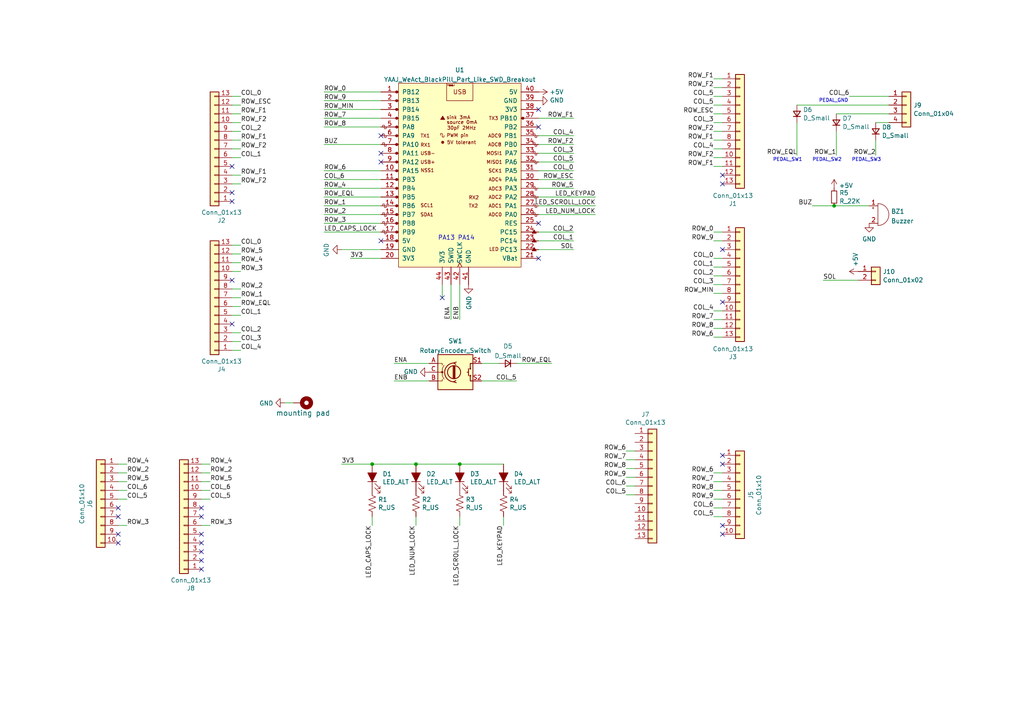
<source format=kicad_sch>
(kicad_sch (version 20230121) (generator eeschema)
  (paper "A4")
  (lib_symbols
    (symbol "+5V_1" (power) (pin_names (offset 0))
      (property "Value" "+5V_1" (at 0 3.556 0))
      (symbol "+5V_1_0_1"
        (polyline (pts (xy -0.762 1.27) (xy 0 2.54)))
        (polyline (pts (xy 0 0) (xy 0 2.54)))
        (polyline (pts (xy 0 2.54) (xy 0.762 1.27)))
      )
      (symbol "+5V_1_1_1"
        (pin power_in line (at 0 0 90) (length 0) hide (name "+5V") (number "1"))
      )
    )
    (symbol "Connector_Generic:Conn_01x02" (pin_names (offset 1.016) hide)
      (property "Reference" "J" (at 0 2.54 0))
      (property "Value" "Conn_01x02" (at 0 -5.08 0))
      (symbol "Conn_01x02_1_1"
        (rectangle (start -1.27 -2.413) (end 0 -2.667) (stroke (width 0.1524)))
        (rectangle (start -1.27 0.127) (end 0 -0.127) (stroke (width 0.1524)))
        (rectangle (start -1.27 1.27) (end 1.27 -3.81) (stroke (width 0.254)) (fill (type background)))
        (pin passive line (at -5.08 0 0) (length 3.81) (name "Pin_1") (number "1"))
        (pin passive line (at -5.08 -2.54 0) (length 3.81) (name "Pin_2") (number "2"))
      )
    )
    (symbol "Connector_Generic:Conn_01x04" (pin_names (offset 1.016) hide)
      (property "Reference" "J" (at 0 5.08 0))
      (property "Value" "Conn_01x04" (at 0 -7.62 0))
      (symbol "Conn_01x04_1_1"
        (rectangle (start -1.27 -4.953) (end 0 -5.207) (stroke (width 0.1524)))
        (rectangle (start -1.27 -2.413) (end 0 -2.667) (stroke (width 0.1524)))
        (rectangle (start -1.27 0.127) (end 0 -0.127) (stroke (width 0.1524)))
        (rectangle (start -1.27 2.667) (end 0 2.413) (stroke (width 0.1524)))
        (rectangle (start -1.27 3.81) (end 1.27 -6.35) (stroke (width 0.254)) (fill (type background)))
        (pin passive line (at -5.08 2.54 0) (length 3.81) (name "Pin_1") (number "1"))
        (pin passive line (at -5.08 0 0) (length 3.81) (name "Pin_2") (number "2"))
        (pin passive line (at -5.08 -2.54 0) (length 3.81) (name "Pin_3") (number "3"))
        (pin passive line (at -5.08 -5.08 0) (length 3.81) (name "Pin_4") (number "4"))
      )
    )
    (symbol "D_Small_1" (pin_numbers hide) (pin_names (offset 0.254) hide)
      (property "Reference" "D" (at -1.27 2.032 0))
      (property "Value" "D_Small" (at -3.81 -2.032 0))
      (symbol "D_Small_1_0_1"
        (polyline (pts (xy -0.762 -1.016) (xy -0.762 1.016)) (stroke (width 0.254)))
        (polyline (pts (xy -0.762 0) (xy 0.762 0)))
        (polyline (pts (xy 0.762 -1.016) (xy -0.762 0) (xy 0.762 1.016) (xy 0.762 -1.016)) (stroke (width 0.254)))
      )
      (symbol "D_Small_1_1_1"
        (pin passive line (at -2.54 0 0) (length 1.778) (name "K") (number "1"))
        (pin passive line (at 2.54 0 180) (length 1.778) (name "A") (number "2"))
      )
    )
    (symbol "Device:Buzzer" (pin_names (offset 0.0254) hide)
      (property "Reference" "BZ" (at 3.81 1.27 0))
      (property "Value" "Buzzer" (at 3.81 -1.27 0))
      (symbol "Buzzer_0_1"
        (arc (start 0 -3.175) (mid 3.1612 0) (end 0 3.175))
        (polyline (pts (xy -1.651 1.905) (xy -1.143 1.905)))
        (polyline (pts (xy -1.397 2.159) (xy -1.397 1.651)))
        (polyline (pts (xy 0 3.175) (xy 0 -3.175)))
      )
      (symbol "Buzzer_1_1"
        (pin passive line (at -2.54 2.54 0) (length 2.54) (name "-") (number "1"))
        (pin passive line (at -2.54 -2.54 0) (length 2.54) (name "+") (number "2"))
      )
    )
    (symbol "Device:D_Small" (pin_numbers hide) (pin_names (offset 0.254) hide)
      (property "Reference" "D" (at -1.27 2.032 0))
      (property "Value" "D_Small" (at -3.81 -2.032 0))
      (symbol "D_Small_0_1"
        (polyline (pts (xy -0.762 -1.016) (xy -0.762 1.016)) (stroke (width 0.254)))
        (polyline (pts (xy -0.762 0) (xy 0.762 0)))
        (polyline (pts (xy 0.762 -1.016) (xy -0.762 0) (xy 0.762 1.016) (xy 0.762 -1.016)) (stroke (width 0.254)))
      )
      (symbol "D_Small_1_1"
        (pin passive line (at -2.54 0 0) (length 1.778) (name "K") (number "1"))
        (pin passive line (at 2.54 0 180) (length 1.778) (name "A") (number "2"))
      )
    )
    (symbol "Device:R_Small" (pin_numbers hide) (pin_names (offset 0.254) hide)
      (property "Reference" "R" (at 0.762 0.508 0))
      (property "Value" "R_Small" (at 0.762 -1.016 0))
      (symbol "R_Small_0_1"
        (rectangle (start -0.762 1.778) (end 0.762 -1.778) (stroke (width 0.2032)))
      )
      (symbol "R_Small_1_1"
        (pin passive line (at 0 2.54 270) (length 0.762) (name "~") (number "1"))
        (pin passive line (at 0 -2.54 90) (length 0.762) (name "~") (number "2"))
      )
    )
    (symbol "Device:RotaryEncoder_Switch" (pin_names (offset 0.254) hide)
      (property "Reference" "SW" (at 0 6.604 0))
      (property "Value" "RotaryEncoder_Switch" (at 0 -6.604 0))
      (symbol "RotaryEncoder_Switch_0_1"
        (rectangle (start -5.08 5.08) (end 5.08 -5.08) (stroke (width 0.254)) (fill (type background)))
        (circle (center -3.81 0) (radius 0.254) (fill (type outline)))
        (circle (center -0.381 0) (radius 1.905) (stroke (width 0.254)))
        (arc (start -0.381 2.667) (mid -3.0988 -0.0635) (end -0.381 -2.794) (stroke (width 0.254)))
        (polyline (pts (xy -0.635 -1.778) (xy -0.635 1.778)) (stroke (width 0.254)))
        (polyline (pts (xy -0.381 -1.778) (xy -0.381 1.778)) (stroke (width 0.254)))
        (polyline (pts (xy -0.127 1.778) (xy -0.127 -1.778)) (stroke (width 0.254)))
        (polyline (pts (xy 3.81 0) (xy 3.429 0)) (stroke (width 0.254)))
        (polyline (pts (xy 3.81 1.016) (xy 3.81 -1.016)) (stroke (width 0.254)))
        (polyline (pts (xy -5.08 -2.54) (xy -3.81 -2.54) (xy -3.81 -2.032)))
        (polyline (pts (xy -5.08 2.54) (xy -3.81 2.54) (xy -3.81 2.032)))
        (polyline (pts (xy 0.254 -3.048) (xy -0.508 -2.794) (xy 0.127 -2.413)) (stroke (width 0.254)))
        (polyline (pts (xy 0.254 2.921) (xy -0.508 2.667) (xy 0.127 2.286)) (stroke (width 0.254)))
        (polyline (pts (xy 5.08 -2.54) (xy 4.318 -2.54) (xy 4.318 -1.016)) (stroke (width 0.254)))
        (polyline (pts (xy 5.08 2.54) (xy 4.318 2.54) (xy 4.318 1.016)) (stroke (width 0.254)))
        (polyline (pts (xy -5.08 0) (xy -3.81 0) (xy -3.81 -1.016) (xy -3.302 -2.032)))
        (polyline (pts (xy -4.318 0) (xy -3.81 0) (xy -3.81 1.016) (xy -3.302 2.032)))
        (circle (center 4.318 -1.016) (radius 0.127) (stroke (width 0.254)))
        (circle (center 4.318 1.016) (radius 0.127) (stroke (width 0.254)))
      )
      (symbol "RotaryEncoder_Switch_1_1"
        (pin passive line (at -7.62 2.54 0) (length 2.54) (name "A") (number "A"))
        (pin passive line (at -7.62 -2.54 0) (length 2.54) (name "B") (number "B"))
        (pin passive line (at -7.62 0 0) (length 2.54) (name "C") (number "C"))
        (pin passive line (at 7.62 2.54 180) (length 2.54) (name "S1") (number "S1"))
        (pin passive line (at 7.62 -2.54 180) (length 2.54) (name "S2") (number "S2"))
      )
    )
    (symbol "Mechanical:MountingHole_Pad" (pin_numbers hide) (pin_names (offset 1.016) hide)
      (property "Reference" "H" (at 0 6.35 0))
      (property "Value" "MountingHole_Pad" (at 0 4.445 0))
      (symbol "MountingHole_Pad_0_1"
        (circle (center 0 1.27) (radius 1.27) (stroke (width 1.27)))
      )
      (symbol "MountingHole_Pad_1_1"
        (pin input line (at 0 -2.54 90) (length 2.54) (name "1") (number "1"))
      )
    )
    (symbol "YAAJ_WeAct_BlackPill_Part_Like_SWD_Breakout:YAAJ_WeAct_BlackPill_Part_Like_SWD_Breakout" (pin_names (offset 1.016))
      (property "Reference" "U" (at -17.526 27.94 0))
      (property "Value" "YAAJ_WeAct_BlackPill_Part_Like_SWD_Breakout" (at 9.144 27.94 0))
      (symbol "YAAJ_WeAct_BlackPill_Part_Like_SWD_Breakout_0_0"
        (circle (center -18.288 -20.32) (radius 0.3556) (fill (type outline)))
        (circle (center -18.288 -17.78) (radius 0.3556) (fill (type outline)))
        (circle (center -18.288 -15.24) (radius 0.3556) (fill (type outline)))
        (circle (center -18.288 -12.7) (radius 0.3556) (fill (type outline)))
        (circle (center -18.288 -10.16) (radius 0.3556) (fill (type outline)))
        (circle (center -18.288 -7.62) (radius 0.3556) (fill (type outline)))
        (circle (center -18.288 -5.08) (radius 0.3556) (fill (type outline)))
        (circle (center -18.288 -2.54) (radius 0.3556) (fill (type outline)))
        (circle (center -18.288 0) (radius 0.3556) (fill (type outline)))
        (circle (center -18.288 2.54) (radius 0.3556) (fill (type outline)))
        (circle (center -18.288 5.08) (radius 0.3556) (fill (type outline)))
        (circle (center -18.288 7.62) (radius 0.3556) (fill (type outline)))
        (circle (center -18.288 10.16) (radius 0.3556) (fill (type outline)))
        (circle (center -18.288 12.7) (radius 0.3556) (fill (type outline)))
        (circle (center -18.288 15.24) (radius 0.3556) (fill (type outline)))
        (circle (center -18.288 17.78) (radius 0.3556) (fill (type outline)))
        (circle (center -18.288 22.86) (radius 0.3556) (fill (type outline)))
        (circle (center -4.953 8.255) (radius 0.127) (fill (type outline)))
        (circle (center -4.953 8.255) (radius 0.254))
        (circle (center -4.953 8.255) (radius 0.3556))
        (polyline (pts (xy -5.588 14.859) (xy -4.953 15.875) (xy -4.318 14.859) (xy -5.588 14.859) (xy -4.953 15.748) (xy -4.445 14.859) (xy -5.461 14.986) (xy -4.953 15.621) (xy -4.572 14.859) (xy -5.334 15.113) (xy -4.826 15.494) (xy -4.699 14.859) (xy -5.207 15.24) (xy -4.699 15.367) (xy -4.826 14.986) (xy -5.08 15.24) (xy -4.826 15.113) (xy -4.953 15.367)))
        (polyline (pts (xy 20.955 -23.241) (xy 21.59 -22.225) (xy 22.225 -23.241) (xy 20.955 -23.241) (xy 21.59 -22.352) (xy 22.098 -23.241) (xy 21.082 -23.114) (xy 21.59 -22.479) (xy 21.971 -23.241) (xy 21.209 -22.987) (xy 21.717 -22.606) (xy 21.844 -23.241) (xy 21.336 -22.86) (xy 21.844 -22.733) (xy 21.717 -23.114) (xy 21.463 -22.86) (xy 21.717 -22.987) (xy 21.59 -22.733)))
        (polyline (pts (xy 20.955 -20.701) (xy 21.59 -19.685) (xy 22.225 -20.701) (xy 20.955 -20.701) (xy 21.59 -19.812) (xy 22.098 -20.701) (xy 21.082 -20.574) (xy 21.59 -19.939) (xy 21.971 -20.701) (xy 21.209 -20.447) (xy 21.717 -20.066) (xy 21.844 -20.701) (xy 21.336 -20.32) (xy 21.844 -20.193) (xy 21.717 -20.574) (xy 21.463 -20.32) (xy 21.717 -20.447) (xy 21.59 -20.193)))
        (polyline (pts (xy 20.955 -18.161) (xy 21.59 -17.145) (xy 22.225 -18.161) (xy 20.955 -18.161) (xy 21.59 -17.272) (xy 22.098 -18.161) (xy 21.082 -18.034) (xy 21.59 -17.399) (xy 21.971 -18.161) (xy 21.209 -17.907) (xy 21.717 -17.526) (xy 21.844 -18.161) (xy 21.336 -17.78) (xy 21.844 -17.653) (xy 21.717 -18.034) (xy 21.463 -17.78) (xy 21.717 -17.907) (xy 21.59 -17.653)))
        (circle (center 18.288 15.24) (radius 0.254) (fill (type outline)))
        (circle (center 18.288 15.24) (radius 0.3556))
        (text "30pF 2MHz" (at 0.508 12.446 0) (effects (font (size 0.9906 0.9906))))
        (text "5V tolerant" (at 0.508 8.255 0) (effects (font (size 0.9906 0.9906))))
        (text "ADC0" (at 10.287 -12.7 0) (effects (font (size 0.9906 0.9906))))
        (text "ADC1" (at 10.287 -10.16 0) (effects (font (size 0.9906 0.9906))))
        (text "ADC2" (at 10.287 -7.62 0) (effects (font (size 0.9906 0.9906))))
        (text "ADC3" (at 10.287 -5.207 0) (effects (font (size 0.9906 0.9906))))
        (text "ADC4" (at 10.287 -2.54 0) (effects (font (size 0.9906 0.9906))))
        (text "ADC8" (at 10.16 7.62 0) (effects (font (size 0.9906 0.9906))))
        (text "ADC9" (at 10.16 10.16 0) (effects (font (size 0.9906 0.9906))))
        (text "LED" (at 9.906 -22.733 0) (effects (font (size 0.9906 0.9906))))
        (text "MISO1" (at 10.033 2.54 0) (effects (font (size 0.9906 0.9906))))
        (text "MOSI1" (at 10.033 5.08 0) (effects (font (size 0.9906 0.9906))))
        (text "NSS1" (at -9.398 0.127 0) (effects (font (size 0.9906 0.9906))))
        (text "PWM pin" (at -0.635 10.287 0) (effects (font (size 0.9906 0.9906))))
        (text "RX1" (at -9.906 7.493 0) (effects (font (size 0.9906 0.9906))))
        (text "RX2" (at 4.064 -7.747 0) (effects (font (size 0.9906 0.9906))))
        (text "SCK1" (at 10.287 0 0) (effects (font (size 0.9906 0.9906))))
        (text "SCL1" (at -9.525 -10.033 0) (effects (font (size 0.9906 0.9906))))
        (text "SDA1" (at -9.525 -12.7 0) (effects (font (size 0.9906 0.9906))))
        (text "sink 3mA" (at -0.381 15.494 0) (effects (font (size 0.9906 0.9906))))
        (text "source 0mA" (at 0.635 14.097 0) (effects (font (size 0.9906 0.9906))))
        (text "TX1" (at -10.033 10.16 0) (effects (font (size 0.9906 0.9906))))
        (text "TX2" (at 3.937 -10.16 0) (effects (font (size 0.9906 0.9906))))
        (text "TX3" (at 9.779 15.24 0) (effects (font (size 0.9906 0.9906))))
        (text "USB" (at 0 22.86 0) (effects (font (size 1.27 1.27))))
        (text "USB+" (at -9.271 2.54 0) (effects (font (size 0.9906 0.9906))))
        (text "USB-" (at -9.271 5.08 0) (effects (font (size 0.9906 0.9906))))
        (text "Y@@J" (at -2.5654 24.8412 0) (effects (font (size 0.508 0.508))))
      )
      (symbol "YAAJ_WeAct_BlackPill_Part_Like_SWD_Breakout_0_1"
        (rectangle (start -17.78 25.4) (end 17.78 -27.94) (fill (type background)))
        (polyline (pts (xy -21.336 -17.78) (xy -21.336 -18.288) (xy -21.844 -18.288) (xy -21.844 -17.272) (xy -22.352 -17.272) (xy -22.352 -17.78)))
        (polyline (pts (xy -21.336 -15.24) (xy -21.336 -15.748) (xy -21.844 -15.748) (xy -21.844 -14.732) (xy -22.352 -14.732) (xy -22.352 -15.24)))
        (polyline (pts (xy -21.336 -12.7) (xy -21.336 -13.208) (xy -21.844 -13.208) (xy -21.844 -12.192) (xy -22.352 -12.192) (xy -22.352 -12.7)))
        (polyline (pts (xy -21.336 -10.16) (xy -21.336 -10.668) (xy -21.844 -10.668) (xy -21.844 -9.652) (xy -22.352 -9.652) (xy -22.352 -10.16)))
        (polyline (pts (xy -21.336 7.62) (xy -21.336 7.112) (xy -21.844 7.112) (xy -21.844 8.128) (xy -22.352 8.128) (xy -22.352 7.62)))
        (polyline (pts (xy -21.336 10.16) (xy -21.336 9.652) (xy -21.844 9.652) (xy -21.844 10.668) (xy -22.352 10.668) (xy -22.352 10.16)))
        (polyline (pts (xy -21.336 12.7) (xy -21.336 12.192) (xy -21.844 12.192) (xy -21.844 13.208) (xy -22.352 13.208) (xy -22.352 12.7)))
        (polyline (pts (xy -4.572 10.287) (xy -4.572 9.779) (xy -5.08 9.779) (xy -5.08 10.795) (xy -5.588 10.795) (xy -5.588 10.287)))
        (polyline (pts (xy 22.352 -12.7) (xy 22.352 -13.208) (xy 21.844 -13.208) (xy 21.844 -12.192) (xy 21.336 -12.192) (xy 21.336 -12.7)))
        (polyline (pts (xy 22.352 -10.16) (xy 22.352 -10.668) (xy 21.844 -10.668) (xy 21.844 -9.652) (xy 21.336 -9.652) (xy 21.336 -10.16)))
        (polyline (pts (xy 22.352 -7.62) (xy 22.352 -8.128) (xy 21.844 -8.128) (xy 21.844 -7.112) (xy 21.336 -7.112) (xy 21.336 -7.62)))
        (polyline (pts (xy 22.352 -5.08) (xy 22.352 -5.588) (xy 21.844 -5.588) (xy 21.844 -4.572) (xy 21.336 -4.572) (xy 21.336 -5.08)))
        (polyline (pts (xy 22.352 2.54) (xy 22.352 2.032) (xy 21.844 2.032) (xy 21.844 3.048) (xy 21.336 3.048) (xy 21.336 2.54)))
        (polyline (pts (xy 22.352 5.08) (xy 22.352 4.572) (xy 21.844 4.572) (xy 21.844 5.588) (xy 21.336 5.588) (xy 21.336 5.08)))
        (polyline (pts (xy 22.352 7.62) (xy 22.352 7.112) (xy 21.844 7.112) (xy 21.844 8.128) (xy 21.336 8.128) (xy 21.336 7.62)))
        (polyline (pts (xy 22.352 10.16) (xy 22.352 9.652) (xy 21.844 9.652) (xy 21.844 10.668) (xy 21.336 10.668) (xy 21.336 10.16)))
        (rectangle (start 3.81 25.4) (end -3.81 20.32))
      )
      (symbol "YAAJ_WeAct_BlackPill_Part_Like_SWD_Breakout_1_1"
        (circle (center -18.288 20.32) (radius 0.3556) (fill (type outline)))
        (pin bidirectional line (at -22.86 22.86 0) (length 5.08) (name "PB12") (number "1"))
        (pin bidirectional line (at -22.86 0 0) (length 5.08) (name "PA15") (number "10"))
        (pin bidirectional line (at -22.86 -2.54 0) (length 5.08) (name "PB3") (number "11"))
        (pin bidirectional line (at -22.86 -5.08 0) (length 5.08) (name "PB4") (number "12"))
        (pin bidirectional line (at -22.86 -7.62 0) (length 5.08) (name "PB5") (number "13"))
        (pin bidirectional line (at -22.86 -10.16 0) (length 5.08) (name "PB6") (number "14"))
        (pin bidirectional line (at -22.86 -12.7 0) (length 5.08) (name "PB7") (number "15"))
        (pin bidirectional line (at -22.86 -15.24 0) (length 5.08) (name "PB8") (number "16"))
        (pin bidirectional line (at -22.86 -17.78 0) (length 5.08) (name "PB9") (number "17"))
        (pin power_in line (at -22.86 -20.32 0) (length 5.08) (name "5V") (number "18"))
        (pin power_in line (at -22.86 -22.86 0) (length 5.08) (name "GND") (number "19"))
        (pin bidirectional line (at -22.86 20.32 0) (length 5.08) (name "PB13") (number "2"))
        (pin power_in line (at -22.86 -25.4 0) (length 5.08) (name "3V3") (number "20"))
        (pin power_in line (at 22.86 -25.4 180) (length 5.08) (name "VBat") (number "21"))
        (pin bidirectional line (at 22.86 -22.86 180) (length 5.08) (name "PC13") (number "22"))
        (pin bidirectional line (at 22.86 -20.32 180) (length 5.08) (name "PC14") (number "23"))
        (pin bidirectional line (at 22.86 -17.78 180) (length 5.08) (name "PC15") (number "24"))
        (pin input line (at 22.86 -15.24 180) (length 5.08) (name "RES") (number "25"))
        (pin bidirectional line (at 22.86 -12.7 180) (length 5.08) (name "PA0") (number "26"))
        (pin bidirectional line (at 22.86 -10.16 180) (length 5.08) (name "PA1") (number "27"))
        (pin bidirectional line (at 22.86 -7.62 180) (length 5.08) (name "PA2") (number "28"))
        (pin bidirectional line (at 22.86 -5.08 180) (length 5.08) (name "PA3") (number "29"))
        (pin bidirectional line (at -22.86 17.78 0) (length 5.08) (name "PB14") (number "3"))
        (pin bidirectional line (at 22.86 -2.54 180) (length 5.08) (name "PA4") (number "30"))
        (pin bidirectional line (at 22.86 0 180) (length 5.08) (name "PA5") (number "31"))
        (pin bidirectional line (at 22.86 2.54 180) (length 5.08) (name "PA6") (number "32"))
        (pin bidirectional line (at 22.86 5.08 180) (length 5.08) (name "PA7") (number "33"))
        (pin bidirectional line (at 22.86 7.62 180) (length 5.08) (name "PB0") (number "34"))
        (pin bidirectional line (at 22.86 10.16 180) (length 5.08) (name "PB1") (number "35"))
        (pin bidirectional line (at 22.86 12.7 180) (length 5.08) (name "PB2") (number "36"))
        (pin bidirectional line (at 22.86 15.24 180) (length 5.08) (name "PB10") (number "37"))
        (pin power_in line (at 22.86 17.78 180) (length 5.08) (name "3V3") (number "38"))
        (pin power_in line (at 22.86 20.32 180) (length 5.08) (name "GND") (number "39"))
        (pin bidirectional line (at -22.86 15.24 0) (length 5.08) (name "PB15") (number "4"))
        (pin power_in line (at 22.86 22.86 180) (length 5.08) (name "5V") (number "40"))
        (pin power_in line (at 2.54 -33.02 90) (length 5.08) (name "GND") (number "41"))
        (pin bidirectional clock (at 0 -33.02 90) (length 5.08) (name "SWCLK") (number "42"))
        (pin bidirectional line (at -2.54 -33.02 90) (length 5.08) (name "SWIO") (number "43"))
        (pin power_in line (at -5.08 -33.02 90) (length 5.08) (name "3V3") (number "44"))
        (pin bidirectional line (at -22.86 12.7 0) (length 5.08) (name "PA8") (number "5"))
        (pin bidirectional line (at -22.86 10.16 0) (length 5.08) (name "PA9") (number "6"))
        (pin bidirectional line (at -22.86 7.62 0) (length 5.08) (name "PA10") (number "7"))
        (pin bidirectional line (at -22.86 5.08 0) (length 5.08) (name "PA11") (number "8"))
        (pin bidirectional line (at -22.86 2.54 0) (length 5.08) (name "PA12") (number "9"))
      )
    )
    (symbol "kicad_port-rescue:Conn_01x10-Connector_Generic" (pin_names (offset 1.016) hide)
      (property "Reference" "J" (at 0 12.7 0))
      (property "Value" "kicad_port-rescue_Conn_01x10-Connector_Generic" (at 0 -15.24 0))
      (symbol "Conn_01x10-Connector_Generic_1_1"
        (rectangle (start -1.27 -12.573) (end 0 -12.827) (stroke (width 0.1524)))
        (rectangle (start -1.27 -10.033) (end 0 -10.287) (stroke (width 0.1524)))
        (rectangle (start -1.27 -7.493) (end 0 -7.747) (stroke (width 0.1524)))
        (rectangle (start -1.27 -4.953) (end 0 -5.207) (stroke (width 0.1524)))
        (rectangle (start -1.27 -2.413) (end 0 -2.667) (stroke (width 0.1524)))
        (rectangle (start -1.27 0.127) (end 0 -0.127) (stroke (width 0.1524)))
        (rectangle (start -1.27 2.667) (end 0 2.413) (stroke (width 0.1524)))
        (rectangle (start -1.27 5.207) (end 0 4.953) (stroke (width 0.1524)))
        (rectangle (start -1.27 7.747) (end 0 7.493) (stroke (width 0.1524)))
        (rectangle (start -1.27 10.287) (end 0 10.033) (stroke (width 0.1524)))
        (rectangle (start -1.27 11.43) (end 1.27 -13.97) (stroke (width 0.254)) (fill (type background)))
        (pin passive line (at -5.08 10.16 0) (length 3.81) (name "Pin_1") (number "1"))
        (pin passive line (at -5.08 -12.7 0) (length 3.81) (name "Pin_10") (number "10"))
        (pin passive line (at -5.08 7.62 0) (length 3.81) (name "Pin_2") (number "2"))
        (pin passive line (at -5.08 5.08 0) (length 3.81) (name "Pin_3") (number "3"))
        (pin passive line (at -5.08 2.54 0) (length 3.81) (name "Pin_4") (number "4"))
        (pin passive line (at -5.08 0 0) (length 3.81) (name "Pin_5") (number "5"))
        (pin passive line (at -5.08 -2.54 0) (length 3.81) (name "Pin_6") (number "6"))
        (pin passive line (at -5.08 -5.08 0) (length 3.81) (name "Pin_7") (number "7"))
        (pin passive line (at -5.08 -7.62 0) (length 3.81) (name "Pin_8") (number "8"))
        (pin passive line (at -5.08 -10.16 0) (length 3.81) (name "Pin_9") (number "9"))
      )
    )
    (symbol "kicad_port-rescue:Conn_01x13-Connector_Generic" (pin_names (offset 1.016) hide)
      (property "Reference" "J" (at 0 17.78 0))
      (property "Value" "kicad_port-rescue_Conn_01x13-Connector_Generic" (at 0 -17.78 0))
      (symbol "Conn_01x13-Connector_Generic_1_1"
        (rectangle (start -1.27 -15.113) (end 0 -15.367) (stroke (width 0.1524)))
        (rectangle (start -1.27 -12.573) (end 0 -12.827) (stroke (width 0.1524)))
        (rectangle (start -1.27 -10.033) (end 0 -10.287) (stroke (width 0.1524)))
        (rectangle (start -1.27 -7.493) (end 0 -7.747) (stroke (width 0.1524)))
        (rectangle (start -1.27 -4.953) (end 0 -5.207) (stroke (width 0.1524)))
        (rectangle (start -1.27 -2.413) (end 0 -2.667) (stroke (width 0.1524)))
        (rectangle (start -1.27 0.127) (end 0 -0.127) (stroke (width 0.1524)))
        (rectangle (start -1.27 2.667) (end 0 2.413) (stroke (width 0.1524)))
        (rectangle (start -1.27 5.207) (end 0 4.953) (stroke (width 0.1524)))
        (rectangle (start -1.27 7.747) (end 0 7.493) (stroke (width 0.1524)))
        (rectangle (start -1.27 10.287) (end 0 10.033) (stroke (width 0.1524)))
        (rectangle (start -1.27 12.827) (end 0 12.573) (stroke (width 0.1524)))
        (rectangle (start -1.27 15.367) (end 0 15.113) (stroke (width 0.1524)))
        (rectangle (start -1.27 16.51) (end 1.27 -16.51) (stroke (width 0.254)) (fill (type background)))
        (pin passive line (at -5.08 15.24 0) (length 3.81) (name "Pin_1") (number "1"))
        (pin passive line (at -5.08 -7.62 0) (length 3.81) (name "Pin_10") (number "10"))
        (pin passive line (at -5.08 -10.16 0) (length 3.81) (name "Pin_11") (number "11"))
        (pin passive line (at -5.08 -12.7 0) (length 3.81) (name "Pin_12") (number "12"))
        (pin passive line (at -5.08 -15.24 0) (length 3.81) (name "Pin_13") (number "13"))
        (pin passive line (at -5.08 12.7 0) (length 3.81) (name "Pin_2") (number "2"))
        (pin passive line (at -5.08 10.16 0) (length 3.81) (name "Pin_3") (number "3"))
        (pin passive line (at -5.08 7.62 0) (length 3.81) (name "Pin_4") (number "4"))
        (pin passive line (at -5.08 5.08 0) (length 3.81) (name "Pin_5") (number "5"))
        (pin passive line (at -5.08 2.54 0) (length 3.81) (name "Pin_6") (number "6"))
        (pin passive line (at -5.08 0 0) (length 3.81) (name "Pin_7") (number "7"))
        (pin passive line (at -5.08 -2.54 0) (length 3.81) (name "Pin_8") (number "8"))
        (pin passive line (at -5.08 -5.08 0) (length 3.81) (name "Pin_9") (number "9"))
      )
    )
    (symbol "kicad_port-rescue:GND-power" (power) (pin_names (offset 0))
      (property "Value" "kicad_port-rescue_GND-power" (at 0 -3.81 0))
      (symbol "GND-power_0_1"
        (polyline (pts (xy 0 0) (xy 0 -1.27) (xy 1.27 -1.27) (xy 0 -2.54) (xy -1.27 -1.27) (xy 0 -1.27)))
      )
      (symbol "GND-power_1_1"
        (pin power_in line (at 0 0 270) (length 0) hide (name "GND") (number "1"))
      )
    )
    (symbol "kicad_port-rescue:LED_ALT-Device" (pin_numbers hide) (pin_names (offset 1.016) hide)
      (property "Reference" "D" (at 0 2.54 0))
      (property "Value" "kicad_port-rescue_LED_ALT-Device" (at 0 -2.54 0))
      (symbol "LED_ALT-Device_0_1"
        (polyline (pts (xy -1.27 -1.27) (xy -1.27 1.27)) (stroke (width 0.2032)))
        (polyline (pts (xy -1.27 0) (xy 1.27 0)))
        (polyline (pts (xy 1.27 -1.27) (xy 1.27 1.27) (xy -1.27 0) (xy 1.27 -1.27)) (stroke (width 0.2032)) (fill (type outline)))
        (polyline (pts (xy -3.048 -0.762) (xy -4.572 -2.286) (xy -3.81 -2.286) (xy -4.572 -2.286) (xy -4.572 -1.524)))
        (polyline (pts (xy -1.778 -0.762) (xy -3.302 -2.286) (xy -2.54 -2.286) (xy -3.302 -2.286) (xy -3.302 -1.524)))
      )
      (symbol "LED_ALT-Device_1_1"
        (pin passive line (at -3.81 0 0) (length 2.54) (name "K") (number "1"))
        (pin passive line (at 3.81 0 180) (length 2.54) (name "A") (number "2"))
      )
    )
    (symbol "kicad_port-rescue:R_US-Device" (pin_numbers hide) (pin_names (offset 0))
      (property "Reference" "R" (at 2.54 0 90))
      (property "Value" "kicad_port-rescue_R_US-Device" (at -2.54 0 90))
      (symbol "R_US-Device_0_1"
        (polyline (pts (xy 0 -2.286) (xy 0 -2.54)))
        (polyline (pts (xy 0 2.286) (xy 0 2.54)))
        (polyline (pts (xy 0 -0.762) (xy 1.016 -1.143) (xy 0 -1.524) (xy -1.016 -1.905) (xy 0 -2.286)))
        (polyline (pts (xy 0 0.762) (xy 1.016 0.381) (xy 0 0) (xy -1.016 -0.381) (xy 0 -0.762)))
        (polyline (pts (xy 0 2.286) (xy 1.016 1.905) (xy 0 1.524) (xy -1.016 1.143) (xy 0 0.762)))
      )
      (symbol "R_US-Device_1_1"
        (pin passive line (at 0 3.81 270) (length 1.27) (name "~") (number "1"))
        (pin passive line (at 0 -3.81 90) (length 1.27) (name "~") (number "2"))
      )
    )
    (symbol "power:+5V" (power) (pin_names (offset 0))
      (property "Value" "+5V" (at 0 3.556 0))
      (symbol "+5V_0_1"
        (polyline (pts (xy -0.762 1.27) (xy 0 2.54)))
        (polyline (pts (xy 0 0) (xy 0 2.54)))
        (polyline (pts (xy 0 2.54) (xy 0.762 1.27)))
      )
      (symbol "+5V_1_1"
        (pin power_in line (at 0 0 90) (length 0) hide (name "+5V") (number "1"))
      )
    )
    (symbol "power:GND" (power) (pin_names (offset 0))
      (property "Value" "GND" (at 0 -3.81 0))
      (symbol "GND_0_1"
        (polyline (pts (xy 0 0) (xy 0 -1.27) (xy 1.27 -1.27) (xy 0 -2.54) (xy -1.27 -1.27) (xy 0 -1.27)))
      )
      (symbol "GND_1_1"
        (pin power_in line (at 0 0 270) (length 0) hide (name "GND") (number "1"))
      )
    )
  )
  (junction (at 133.35 134.62))
  (junction (at 241.935 59.69))
  (junction (at 120.65 134.62))
  (junction (at 107.95 134.62))
  (no_connect (at 58.42 162.56))
  (no_connect (at 34.29 147.32))
  (no_connect (at 128.27 86.36))
  (no_connect (at 67.31 58.42))
  (no_connect (at 58.42 160.02))
  (no_connect (at 156.21 74.93))
  (no_connect (at 67.31 81.28))
  (no_connect (at 67.31 55.88))
  (no_connect (at 209.55 87.63))
  (no_connect (at 34.29 149.86))
  (no_connect (at 209.55 53.34))
  (no_connect (at 209.55 50.8))
  (no_connect (at 58.42 154.94))
  (no_connect (at 58.42 157.48))
  (no_connect (at 67.31 48.26))
  (no_connect (at 110.49 69.85))
  (no_connect (at 110.49 39.37))
  (no_connect (at 110.49 44.45))
  (no_connect (at 110.49 46.99))
  (no_connect (at 209.55 132.08))
  (no_connect (at 34.29 157.48))
  (no_connect (at 156.21 36.83))
  (no_connect (at 67.31 93.98))
  (no_connect (at 58.42 165.1))
  (no_connect (at 209.55 152.4))
  (no_connect (at 34.29 154.94))
  (no_connect (at 58.42 149.86))
  (no_connect (at 209.55 154.94))
  (no_connect (at 209.55 72.39))
  (no_connect (at 209.55 134.62))
  (no_connect (at 156.21 64.77))
  (no_connect (at 156.21 31.75))
  (no_connect (at 58.42 147.32))
  (wire (pts (xy 156.21 34.29) (xy 166.37 34.29)))
  (wire (pts (xy 139.7 105.41) (xy 144.78 105.41)))
  (wire (pts (xy 67.31 96.52) (xy 69.85 96.52)))
  (wire (pts (xy 246.38 27.94) (xy 257.81 27.94)))
  (wire (pts (xy 93.98 54.61) (xy 110.49 54.61)))
  (wire (pts (xy 207.01 43.18) (xy 209.55 43.18)))
  (wire (pts (xy 67.31 99.06) (xy 69.85 99.06)))
  (wire (pts (xy 67.31 91.44) (xy 69.85 91.44)))
  (wire (pts (xy 107.95 134.62) (xy 120.65 134.62)))
  (wire (pts (xy 58.42 137.16) (xy 60.96 137.16)))
  (wire (pts (xy 34.29 137.16) (xy 36.83 137.16)))
  (wire (pts (xy 184.15 130.81) (xy 181.61 130.81)))
  (wire (pts (xy 235.585 59.69) (xy 241.935 59.69)))
  (wire (pts (xy 156.21 69.85) (xy 166.37 69.85)))
  (wire (pts (xy 156.21 39.37) (xy 166.37 39.37)))
  (wire (pts (xy 124.46 110.49) (xy 114.3 110.49)))
  (wire (pts (xy 67.31 45.72) (xy 69.85 45.72)))
  (wire (pts (xy 156.21 54.61) (xy 166.37 54.61)))
  (wire (pts (xy 207.01 85.09) (xy 209.55 85.09)))
  (wire (pts (xy 207.01 45.72) (xy 209.55 45.72)))
  (wire (pts (xy 34.29 152.4) (xy 36.83 152.4)))
  (wire (pts (xy 133.35 134.62) (xy 146.05 134.62)))
  (wire (pts (xy 207.01 97.79) (xy 209.55 97.79)))
  (wire (pts (xy 93.98 41.91) (xy 110.49 41.91)))
  (wire (pts (xy 257.81 35.56) (xy 254 35.56)))
  (wire (pts (xy 133.35 152.4) (xy 133.35 149.86)))
  (wire (pts (xy 257.81 30.48) (xy 231.14 30.48)))
  (wire (pts (xy 156.21 44.45) (xy 166.37 44.45)))
  (wire (pts (xy 156.21 49.53) (xy 166.37 49.53)))
  (wire (pts (xy 67.31 50.8) (xy 69.85 50.8)))
  (wire (pts (xy 58.42 142.24) (xy 60.96 142.24)))
  (wire (pts (xy 207.01 92.71) (xy 209.55 92.71)))
  (wire (pts (xy 34.29 142.24) (xy 36.83 142.24)))
  (wire (pts (xy 120.65 134.62) (xy 133.35 134.62)))
  (wire (pts (xy 67.31 40.64) (xy 69.85 40.64)))
  (wire (pts (xy 156.21 46.99) (xy 166.37 46.99)))
  (wire (pts (xy 133.35 82.55) (xy 133.35 92.71)))
  (wire (pts (xy 149.86 105.41) (xy 160.02 105.41)))
  (wire (pts (xy 184.15 140.97) (xy 181.61 140.97)))
  (wire (pts (xy 67.31 38.1) (xy 69.85 38.1)))
  (wire (pts (xy 231.14 35.56) (xy 231.14 45.085)))
  (wire (pts (xy 67.31 43.18) (xy 69.85 43.18)))
  (wire (pts (xy 207.01 82.55) (xy 209.55 82.55)))
  (wire (pts (xy 209.55 147.32) (xy 207.01 147.32)))
  (wire (pts (xy 34.29 144.78) (xy 36.83 144.78)))
  (wire (pts (xy 207.01 69.85) (xy 209.55 69.85)))
  (wire (pts (xy 184.15 133.35) (xy 181.61 133.35)))
  (wire (pts (xy 156.21 52.07) (xy 166.37 52.07)))
  (wire (pts (xy 242.57 38.1) (xy 242.57 45.085)))
  (wire (pts (xy 58.42 144.78) (xy 60.96 144.78)))
  (wire (pts (xy 209.55 142.24) (xy 207.01 142.24)))
  (wire (pts (xy 207.01 74.93) (xy 209.55 74.93)))
  (wire (pts (xy 67.31 33.02) (xy 69.85 33.02)))
  (wire (pts (xy 58.42 134.62) (xy 60.96 134.62)))
  (wire (pts (xy 67.31 83.82) (xy 69.85 83.82)))
  (wire (pts (xy 93.98 67.31) (xy 110.49 67.31)))
  (wire (pts (xy 139.7 110.49) (xy 149.86 110.49)))
  (wire (pts (xy 146.05 152.4) (xy 146.05 149.86)))
  (wire (pts (xy 67.31 78.74) (xy 69.85 78.74)))
  (wire (pts (xy 184.15 135.89) (xy 181.61 135.89)))
  (wire (pts (xy 156.21 41.91) (xy 166.37 41.91)))
  (wire (pts (xy 172.72 62.23) (xy 156.21 62.23)))
  (wire (pts (xy 110.49 26.67) (xy 93.98 26.67)))
  (wire (pts (xy 58.42 139.7) (xy 60.96 139.7)))
  (wire (pts (xy 172.72 57.15) (xy 156.21 57.15)))
  (wire (pts (xy 207.01 67.31) (xy 209.55 67.31)))
  (wire (pts (xy 67.31 53.34) (xy 69.85 53.34)))
  (wire (pts (xy 93.98 59.69) (xy 110.49 59.69)))
  (wire (pts (xy 58.42 152.4) (xy 60.96 152.4)))
  (wire (pts (xy 207.01 90.17) (xy 209.55 90.17)))
  (wire (pts (xy 241.935 59.69) (xy 252.095 59.69)))
  (wire (pts (xy 156.21 72.39) (xy 166.37 72.39)))
  (wire (pts (xy 207.01 95.25) (xy 209.55 95.25)))
  (wire (pts (xy 207.01 40.64) (xy 209.55 40.64)))
  (wire (pts (xy 156.21 67.31) (xy 166.37 67.31)))
  (wire (pts (xy 207.01 48.26) (xy 209.55 48.26)))
  (wire (pts (xy 254 40.64) (xy 254 45.085)))
  (wire (pts (xy 248.92 81.28) (xy 238.76 81.28)))
  (wire (pts (xy 93.98 64.77) (xy 110.49 64.77)))
  (wire (pts (xy 67.31 35.56) (xy 69.85 35.56)))
  (wire (pts (xy 99.06 72.39) (xy 110.49 72.39)))
  (wire (pts (xy 34.29 139.7) (xy 36.83 139.7)))
  (wire (pts (xy 128.27 86.36) (xy 128.27 82.55)))
  (wire (pts (xy 67.31 86.36) (xy 69.85 86.36)))
  (wire (pts (xy 207.01 27.94) (xy 209.55 27.94)))
  (wire (pts (xy 93.98 29.21) (xy 110.49 29.21)))
  (wire (pts (xy 101.6 74.93) (xy 110.49 74.93)))
  (wire (pts (xy 93.98 36.83) (xy 110.49 36.83)))
  (wire (pts (xy 209.55 137.16) (xy 207.01 137.16)))
  (wire (pts (xy 67.31 88.9) (xy 69.85 88.9)))
  (wire (pts (xy 207.01 30.48) (xy 209.55 30.48)))
  (wire (pts (xy 93.98 31.75) (xy 110.49 31.75)))
  (wire (pts (xy 207.01 25.4) (xy 209.55 25.4)))
  (wire (pts (xy 99.06 134.62) (xy 107.95 134.62)))
  (wire (pts (xy 107.95 152.4) (xy 107.95 149.86)))
  (wire (pts (xy 34.29 134.62) (xy 36.83 134.62)))
  (wire (pts (xy 207.01 38.1) (xy 209.55 38.1)))
  (wire (pts (xy 93.98 52.07) (xy 110.49 52.07)))
  (wire (pts (xy 67.31 27.94) (xy 69.85 27.94)))
  (wire (pts (xy 67.31 101.6) (xy 69.85 101.6)))
  (wire (pts (xy 209.55 149.86) (xy 207.01 149.86)))
  (wire (pts (xy 93.98 34.29) (xy 110.49 34.29)))
  (wire (pts (xy 184.15 143.51) (xy 181.61 143.51)))
  (wire (pts (xy 67.31 73.66) (xy 69.85 73.66)))
  (wire (pts (xy 172.72 59.69) (xy 156.21 59.69)))
  (wire (pts (xy 130.81 82.55) (xy 130.81 92.71)))
  (wire (pts (xy 67.31 71.12) (xy 69.85 71.12)))
  (wire (pts (xy 207.01 77.47) (xy 209.55 77.47)))
  (wire (pts (xy 124.46 105.41) (xy 114.3 105.41)))
  (wire (pts (xy 184.15 138.43) (xy 181.61 138.43)))
  (wire (pts (xy 209.55 139.7) (xy 207.01 139.7)))
  (wire (pts (xy 207.01 33.02) (xy 209.55 33.02)))
  (wire (pts (xy 209.55 144.78) (xy 207.01 144.78)))
  (wire (pts (xy 93.98 49.53) (xy 110.49 49.53)))
  (wire (pts (xy 207.01 80.01) (xy 209.55 80.01)))
  (wire (pts (xy 67.31 76.2) (xy 69.85 76.2)))
  (wire (pts (xy 67.31 30.48) (xy 69.85 30.48)))
  (wire (pts (xy 93.98 57.15) (xy 110.49 57.15)))
  (wire (pts (xy 257.81 33.02) (xy 242.57 33.02)))
  (wire (pts (xy 207.01 22.86) (xy 209.55 22.86)))
  (wire (pts (xy 120.65 152.4) (xy 120.65 149.86)))
  (wire (pts (xy 93.98 62.23) (xy 110.49 62.23)))
  (wire (pts (xy 207.01 35.56) (xy 209.55 35.56)))
  (wire (pts (xy 82.55 116.84) (xy 85.09 116.84)))
  (text "PA13 PA14" (at 127 69.85 0) (effects (font (size 1.27 1.27)) (justify left bottom)))
  (text "PEDAL_SW3" (at 247.015 46.99 0) (effects (font (size 1 1)) (justify left bottom)))
  (text "PEDAL_SW1" (at 224.155 46.99 0) (effects (font (size 1 1)) (justify left bottom)))
  (text "PEDAL_GND" (at 237.49 29.845 0) (effects (font (size 1 1)) (justify left bottom)))
  (text "PEDAL_SW2" (at 235.585 46.99 0) (effects (font (size 1 1)) (justify left bottom)))
  (label "COL_2" (at 69.85 38.1 0))
  (label "COL_6" (at 246.38 27.94 180))
  (label "LED_SCROLL_LOCK" (at 172.72 59.69 180))
  (label "ROW_5" (at 69.85 73.66 0))
  (label "ROW_ESC" (at 69.85 30.48 0))
  (label "COL_4" (at 69.85 101.6 0))
  (label "BUZ" (at 93.98 41.91 0))
  (label "ROW_F2" (at 69.85 53.34 0))
  (label "COL_3" (at 166.37 44.45 180))
  (label "LED_NUM_LOCK" (at 120.65 152.4 270))
  (label "ROW_F2" (at 69.85 35.56 0))
  (label "ROW_2" (at 60.96 137.16 0))
  (label "COL_6" (at 36.83 142.24 0))
  (label "COL_2" (at 207.01 80.01 180))
  (label "ROW_9" (at 207.01 69.85 180))
  (label "COL_1" (at 207.01 77.47 180))
  (label "COL_3" (at 207.01 35.56 180))
  (label "COL_4" (at 166.37 39.37 180))
  (label "ROW_9" (at 93.98 29.21 0))
  (label "ROW_F1" (at 207.01 22.86 180))
  (label "ROW_F1" (at 69.85 50.8 0))
  (label "ROW_F1" (at 69.85 40.64 0))
  (label "ROW_2" (at 36.83 137.16 0))
  (label "COL_5" (at 149.86 110.49 180))
  (label "ROW_1" (at 93.98 59.69 0))
  (label "COL_5" (at 207.01 30.48 180))
  (label "ROW_6" (at 207.01 97.79 180))
  (label "COL_0" (at 166.37 49.53 180))
  (label "COL_3" (at 207.01 82.55 180))
  (label "3V3" (at 99.06 134.62 0))
  (label "ROW_8" (at 207.01 95.25 180))
  (label "ROW_9" (at 181.61 138.43 180))
  (label "ROW_F1" (at 166.37 34.29 180))
  (label "3V3" (at 101.6 74.93 0))
  (label "ROW_5" (at 60.96 139.7 0))
  (label "ROW_6" (at 207.01 137.16 180))
  (label "ROW_7" (at 181.61 133.35 180))
  (label "COL_6" (at 207.01 147.32 180))
  (label "ROW_EQL" (at 93.98 57.15 0))
  (label "COL_6" (at 93.98 52.07 0))
  (label "ROW_4" (at 60.96 134.62 0))
  (label "ROW_7" (at 207.01 92.71 180))
  (label "LED_KEYPAD" (at 172.72 57.15 180))
  (label "COL_5" (at 207.01 149.86 180))
  (label "ROW_5" (at 166.37 54.61 180))
  (label "ROW_F1" (at 69.85 33.02 0))
  (label "ENA" (at 114.3 105.41 0))
  (label "ROW_1" (at 242.57 45.085 180))
  (label "ROW_MIN" (at 93.98 31.75 0))
  (label "COL_5" (at 60.96 144.78 0))
  (label "COL_1" (at 166.37 69.85 180))
  (label "BUZ" (at 235.585 59.69 180))
  (label "ROW_2" (at 69.85 83.82 0))
  (label "ROW_0" (at 93.98 26.67 0))
  (label "ROW_F2" (at 207.01 38.1 180))
  (label "COL_3" (at 69.85 99.06 0))
  (label "ROW_7" (at 93.98 34.29 0))
  (label "ROW_F1" (at 207.01 40.64 180))
  (label "ROW_EQL" (at 69.85 88.9 0))
  (label "LED_NUM_LOCK" (at 172.72 62.23 180))
  (label "ROW_3" (at 93.98 64.77 0))
  (label "SOL" (at 238.76 81.28 0))
  (label "LED_CAPS_LOCK" (at 93.98 67.31 0))
  (label "ROW_ESC" (at 166.37 52.07 180))
  (label "ROW_9" (at 207.01 144.78 180))
  (label "ROW_2" (at 93.98 62.23 0))
  (label "ROW_6" (at 181.61 130.81 180))
  (label "ROW_0" (at 207.01 67.31 180))
  (label "LED_CAPS_LOCK" (at 107.95 152.4 270))
  (label "ROW_6" (at 93.98 49.53 0))
  (label "ROW_F1" (at 207.01 48.26 180))
  (label "ROW_MIN" (at 207.01 85.09 180))
  (label "COL_5" (at 166.37 46.99 180))
  (label "ROW_EQL" (at 160.02 105.41 180))
  (label "ROW_8" (at 207.01 142.24 180))
  (label "ROW_F2" (at 166.37 41.91 180))
  (label "SOL" (at 166.37 72.39 180))
  (label "ROW_ESC" (at 207.01 33.02 180))
  (label "LED_KEYPAD" (at 146.05 152.4 270))
  (label "ROW_8" (at 181.61 135.89 180))
  (label "ROW_3" (at 36.83 152.4 0))
  (label "ENA" (at 130.81 92.71 90))
  (label "LED_SCROLL_LOCK" (at 133.35 152.4 270))
  (label "COL_4" (at 207.01 43.18 180))
  (label "COL_6" (at 181.61 140.97 180))
  (label "COL_1" (at 69.85 91.44 0))
  (label "ROW_F2" (at 207.01 25.4 180))
  (label "COL_5" (at 207.01 27.94 180))
  (label "ROW_F2" (at 207.01 45.72 180))
  (label "ROW_1" (at 69.85 86.36 0))
  (label "ROW_8" (at 93.98 36.83 0))
  (label "COL_1" (at 69.85 45.72 0))
  (label "ROW_3" (at 69.85 78.74 0))
  (label "ROW_2" (at 254 45.085 180))
  (label "COL_5" (at 181.61 143.51 180))
  (label "COL_0" (at 69.85 27.94 0))
  (label "ROW_4" (at 69.85 76.2 0))
  (label "ROW_EQL" (at 231.14 45.085 180))
  (label "ROW_3" (at 60.96 152.4 0))
  (label "ROW_4" (at 93.98 54.61 0))
  (label "COL_4" (at 207.01 90.17 180))
  (label "COL_2" (at 166.37 67.31 180))
  (label "ROW_F2" (at 69.85 43.18 0))
  (label "COL_5" (at 36.83 144.78 0))
  (label "ENB" (at 133.35 92.71 90))
  (label "COL_2" (at 69.85 96.52 0))
  (label "COL_6" (at 60.96 142.24 0))
  (label "COL_0" (at 69.85 71.12 0))
  (label "ROW_5" (at 36.83 139.7 0))
  (label "ENB" (at 114.3 110.49 0))
  (label "COL_0" (at 207.01 74.93 180))
  (label "ROW_7" (at 207.01 139.7 180))
  (label "ROW_4" (at 36.83 134.62 0))
  (symbol (lib_id "kicad_port-rescue:Conn_01x13-Connector_Generic") (at 62.23 86.36 180) (unit 1)
    (property "Reference" "J4" (at 64.262 107.1118 0))
    (property "Value" "Conn_01x13" (at 64.262 104.8004 0))
    (property "Footprint" "kinesisMod_board_connectors:Molex_039532134" (effects hide))
  )
  (symbol (lib_id "kicad_port-rescue:Conn_01x13-Connector_Generic") (at 214.63 82.55 0) (unit 1)
    (property "Reference" "J3" (at 212.5726 103.505 0))
    (property "Value" "Conn_01x13" (at 212.5726 101.1936 0))
    (property "Footprint" "kinesisMod_board_connectors:Molex_039532134" (effects hide))
  )
  (symbol (lib_id "kicad_port-rescue:Conn_01x10-Connector_Generic") (at 29.21 144.78 0) (mirror y) (unit 1)
    (property "Reference" "J6" (at 26.0604 146.1516 90))
    (property "Value" "Conn_01x10" (at 23.749 146.1516 90))
    (property "Footprint" "Pin_Headers:Pin_Header_Straight_1x10_Pitch2.54mm" (effects hide))
  )
  (symbol (lib_id "kicad_port-rescue:Conn_01x10-Connector_Generic") (at 214.63 142.24 0) (unit 1)
    (property "Reference" "J5" (at 217.7796 143.6116 90))
    (property "Value" "Conn_01x10" (at 220.091 143.6116 90))
    (property "Footprint" "Pin_Headers:Pin_Header_Straight_1x10_Pitch2.54mm" (effects hide))
  )
  (symbol (lib_id "kicad_port-rescue:Conn_01x13-Connector_Generic") (at 62.23 43.18 180) (unit 1)
    (property "Reference" "J2" (at 64.262 63.9318 0))
    (property "Value" "Conn_01x13" (at 64.262 61.6204 0))
    (property "Footprint" "kinesisMod_board_connectors:Molex_0039532135" (effects hide))
  )
  (symbol (lib_id "kicad_port-rescue:Conn_01x13-Connector_Generic") (at 214.63 38.1 0) (unit 1)
    (property "Reference" "J1" (at 212.5726 59.055 0))
    (property "Value" "Conn_01x13" (at 212.5726 56.7436 0))
    (property "Footprint" "kinesisMod_board_connectors:Molex_0039532135" (effects hide))
  )
  (symbol (lib_id "kicad_port-rescue:LED_ALT-Device") (at 107.95 138.43 90) (unit 1)
    (property "Reference" "D1" (at 110.9472 137.4648 90) (effects (justify right)))
    (property "Value" "LED_ALT" (at 110.9472 139.7762 90) (effects (justify right)))
    (property "Footprint" "LED_THT:LED_D3.0mm" (effects hide))
  )
  (symbol (lib_id "kicad_port-rescue:LED_ALT-Device") (at 120.65 138.43 90) (unit 1)
    (property "Reference" "D2" (at 123.6472 137.4648 90) (effects (justify right)))
    (property "Value" "LED_ALT" (at 123.6472 139.7762 90) (effects (justify right)))
    (property "Footprint" "LED_THT:LED_D3.0mm" (effects hide))
  )
  (symbol (lib_id "kicad_port-rescue:LED_ALT-Device") (at 133.35 138.43 90) (unit 1)
    (property "Reference" "D3" (at 136.3472 137.4648 90) (effects (justify right)))
    (property "Value" "LED_ALT" (at 136.3472 139.7762 90) (effects (justify right)))
    (property "Footprint" "LED_THT:LED_D3.0mm" (effects hide))
  )
  (symbol (lib_id "kicad_port-rescue:LED_ALT-Device") (at 146.05 138.43 90) (unit 1)
    (property "Reference" "D4" (at 149.0472 137.4648 90) (effects (justify right)))
    (property "Value" "LED_ALT" (at 149.0472 139.7762 90) (effects (justify right)))
    (property "Footprint" "LED_THT:LED_D3.0mm" (effects hide))
  )
  (symbol (lib_id "kicad_port-rescue:R_US-Device") (at 120.65 146.05 0) (unit 1)
    (property "Reference" "R2" (at 122.3772 144.8816 0) (effects (justify left)))
    (property "Value" "R_US" (at 122.3772 147.193 0) (effects (justify left)))
    (property "Footprint" "Resistor_THT:R_Axial_DIN0204_L3.6mm_D1.6mm_P5.08mm_Horizontal" (effects hide))
  )
  (symbol (lib_id "kicad_port-rescue:R_US-Device") (at 107.95 146.05 0) (unit 1)
    (property "Reference" "R1" (at 109.6772 144.8816 0) (effects (justify left)))
    (property "Value" "R_US" (at 109.6772 147.193 0) (effects (justify left)))
    (property "Footprint" "Resistor_THT:R_Axial_DIN0204_L3.6mm_D1.6mm_P5.08mm_Horizontal" (effects hide))
  )
  (symbol (lib_id "kicad_port-rescue:R_US-Device") (at 133.35 146.05 0) (unit 1)
    (property "Reference" "R3" (at 135.0772 144.8816 0) (effects (justify left)))
    (property "Value" "R_US" (at 135.0772 147.193 0) (effects (justify left)))
    (property "Footprint" "Resistor_THT:R_Axial_DIN0204_L3.6mm_D1.6mm_P5.08mm_Horizontal" (effects hide))
  )
  (symbol (lib_id "kicad_port-rescue:R_US-Device") (at 146.05 146.05 0) (unit 1)
    (property "Reference" "R4" (at 147.7772 144.8816 0) (effects (justify left)))
    (property "Value" "R_US" (at 147.7772 147.193 0) (effects (justify left)))
    (property "Footprint" "Resistor_THT:R_Axial_DIN0204_L3.6mm_D1.6mm_P5.08mm_Horizontal" (effects hide))
  )
  (symbol (lib_id "kicad_port-rescue:GND-power") (at 99.06 72.39 270) (unit 1)
    (property "Reference" "#PWR0106" (effects hide))
    (property "Value" "GND" (at 94.6658 72.517 0))
  )
  (symbol (lib_id "kicad_port-rescue:GND-power") (at 135.89 82.55 0) (unit 1)
    (property "Reference" "#PWR0107" (effects hide))
    (property "Value" "GND" (at 136.017 85.8012 90) (effects (justify right)))
  )
  (symbol (lib_name "D_Small_1") (lib_id "Device:D_Small") (at 242.57 35.56 90) (unit 1)
    (property "Reference" "D7" (at 244.348 34.3479 90) (effects (justify right)))
    (property "Value" "D_Small" (at 244.348 36.7721 90) (effects (justify right)))
    (property "Sim.Device" "D" (effects hide))
    (property "Sim.Pins" "1=K 2=A" (effects hide))
  )
  (symbol (lib_id "Device:D_Small") (at 147.32 105.41 0) (mirror y) (unit 1)
    (property "Reference" "D5" (at 147.32 100.4275 0))
    (property "Value" "D_Small" (at 147.32 103.2026 0))
  )
  (symbol (lib_id "power:+5V") (at 241.935 54.61 0) (unit 1)
    (property "Reference" "#PWR02" (effects hide))
    (property "Value" "+5V" (at 243.332 53.819 0) (effects (justify left)))
  )
  (symbol (lib_name "D_Small_1") (lib_id "Device:D_Small") (at 254 38.1 90) (unit 1)
    (property "Reference" "D8" (at 255.778 36.8879 90) (effects (justify right)))
    (property "Value" "D_Small" (at 255.778 39.3121 90) (effects (justify right)))
    (property "Sim.Device" "D" (effects hide))
    (property "Sim.Pins" "1=K 2=A" (effects hide))
  )
  (symbol (lib_id "kicad_port-rescue:Conn_01x13-Connector_Generic") (at 53.34 149.86 180) (unit 1)
    (property "Reference" "J8" (at 55.372 170.6118 0))
    (property "Value" "Conn_01x13" (at 55.372 168.3004 0))
    (property "Footprint" "kinesisMod_board_connectors:Molex_0039532135" (effects hide))
  )
  (symbol (lib_id "Mechanical:MountingHole_Pad") (at 87.63 116.84 270) (unit 1)
    (property "Reference" "H1" (effects hide))
    (property "Value" "mounting pad" (at 80.01 120.65 90) (effects (font (size 1.4986 1.4986)) (justify left bottom)))
    (property "Footprint" "MountingHole:MountingHole_4.3mm_M4_Pad" (effects hide))
  )
  (symbol (lib_id "Connector_Generic:Conn_01x04") (at 262.89 30.48 0) (unit 1)
    (property "Reference" "J9" (at 264.922 30.5379 0) (effects (justify left)))
    (property "Value" "Conn_01x04" (at 264.922 32.9621 0) (effects (justify left)))
  )
  (symbol (lib_id "power:GND") (at 82.55 116.84 270) (unit 1)
    (property "Reference" "#PWR0101" (effects hide))
    (property "Value" "GND" (at 79.2988 116.967 90) (effects (justify right)))
  )
  (symbol (lib_id "kicad_port-rescue:GND-power") (at 124.46 107.95 270) (mirror x) (unit 1)
    (property "Reference" "#PWR0103" (effects hide))
    (property "Value" "GND" (at 121.2088 107.823 90) (effects (justify right)))
  )
  (symbol (lib_id "kicad_port-rescue:GND-power") (at 156.21 29.21 90) (unit 1)
    (property "Reference" "#PWR0102" (effects hide))
    (property "Value" "GND" (at 159.4612 29.083 90) (effects (justify right)))
  )
  (symbol (lib_id "power:+5V") (at 248.92 78.74 90) (unit 1)
    (property "Reference" "#PWR04" (effects hide))
    (property "Value" "+5V" (at 248.129 77.343 0) (effects (justify left)))
  )
  (symbol (lib_id "kicad_port-rescue:Conn_01x13-Connector_Generic") (at 189.23 140.97 0) (unit 1)
    (property "Reference" "J7" (at 187.198 120.2182 0))
    (property "Value" "Conn_01x13" (at 187.198 122.5296 0))
    (property "Footprint" "kinesisMod_board_connectors:Molex_0039532135" (effects hide))
  )
  (symbol (lib_id "Connector_Generic:Conn_01x02") (at 254 78.74 0) (unit 1)
    (property "Reference" "J10" (at 256.032 78.7979 0) (effects (justify left)))
    (property "Value" "Conn_01x02" (at 256.032 81.2221 0) (effects (justify left)))
  )
  (symbol (lib_name "D_Small_1") (lib_id "Device:D_Small") (at 231.14 33.02 90) (unit 1)
    (property "Reference" "D6" (at 232.918 31.8079 90) (effects (justify right)))
    (property "Value" "D_Small" (at 232.918 34.2321 90) (effects (justify right)))
    (property "Sim.Device" "D" (effects hide))
    (property "Sim.Pins" "1=K 2=A" (effects hide))
  )
  (symbol (lib_id "Device:R_Small") (at 241.935 57.15 0) (unit 1)
    (property "Reference" "R5" (at 243.4336 55.9379 0) (effects (justify left)))
    (property "Value" "R_22K" (at 243.4336 58.3621 0) (effects (justify left)))
    (property "Footprint" "Keebio-Parts:Resistor" (effects hide))
  )
  (symbol (lib_id "Device:Buzzer") (at 254.635 62.23 0) (unit 1)
    (property "Reference" "BZ1" (at 258.445 61.3215 0) (effects (justify left)))
    (property "Value" "Buzzer" (at 258.445 64.0966 0) (effects (justify left)))
  )
  (symbol (lib_id "Device:RotaryEncoder_Switch") (at 132.08 107.95 0) (unit 1)
    (property "Reference" "SW1" (at 132.08 98.9035 0))
    (property "Value" "RotaryEncoder_Switch" (at 132.08 101.6786 0))
  )
  (symbol (lib_id "power:GND") (at 252.095 64.77 0) (unit 1)
    (property "Reference" "#PWR01" (effects hide))
    (property "Value" "GND" (at 252.095 69.3325 0))
  )
  (symbol (lib_name "+5V_1") (lib_id "power:+5V") (at 156.21 26.67 270) (unit 1)
    (property "Reference" "#PWR03" (effects hide))
    (property "Value" "+5V" (at 159.385 26.67 90) (effects (justify left)))
  )
  (symbol (lib_id "YAAJ_WeAct_BlackPill_Part_Like_SWD_Breakout:YAAJ_WeAct_BlackPill_Part_Like_SWD_Breakout") (at 133.35 49.53 0) (unit 1)
    (property "Reference" "U1" (at 133.35 20.2905 0))
    (property "Value" "YAAJ_WeAct_BlackPill_Part_Like_SWD_Breakout" (at 133.35 23.0656 0))
    (property "Footprint" "Kicad-STM32:YAAJ_WeAct_BlackPill_SWD_2" (effects hide))
  )
)
</source>
